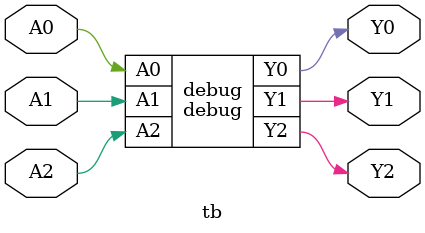
<source format=v>
`timescale 1ns/1ps

module debug(
    input wire A0, A1, A2,
    output wire Y0, Y1, Y2
);

endmodule

module tb(
    input wire A0, A1, A2,
    output wire Y0, Y1, Y2
);

   debug debug (.A0(A0), .A1(A1), .A2(A2), .Y0(Y0), .Y1(Y1), .Y2(Y2));

    initial begin
        $dumpfile("debug.vcd");
        $dumpvars (0);
    end

endmodule

</source>
